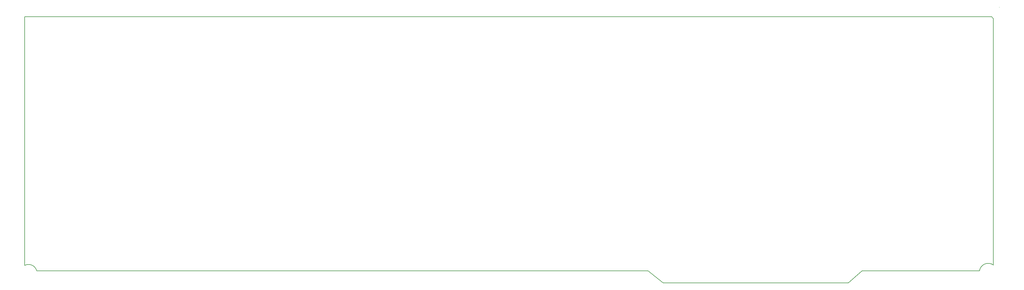
<source format=gbr>
G04 #@! TF.GenerationSoftware,KiCad,Pcbnew,(5.0.0-3-g5ebb6b6)*
G04 #@! TF.CreationDate,2019-05-05T10:35:57-03:00*
G04 #@! TF.ProjectId,elongate,656C6F6E676174652E6B696361645F70,rev?*
G04 #@! TF.SameCoordinates,Original*
G04 #@! TF.FileFunction,Profile,NP*
%FSLAX46Y46*%
G04 Gerber Fmt 4.6, Leading zero omitted, Abs format (unit mm)*
G04 Created by KiCad (PCBNEW (5.0.0-3-g5ebb6b6)) date 2019 May 05, Sunday 10:35:57*
%MOMM*%
%LPD*%
G01*
G04 APERTURE LIST*
%ADD10C,0.200000*%
G04 APERTURE END LIST*
D10*
X256800000Y-77500000D02*
X293100000Y-77500000D01*
X252600000Y-81200000D02*
X256800000Y-77500000D01*
X195400000Y-81200000D02*
X252600000Y-81200000D01*
X190700000Y-77500000D02*
X195400000Y-81200000D01*
X296900000Y1100000D02*
X297400000Y500000D01*
X293107047Y-77515293D02*
G75*
G02X297399999Y-75700001I2692953J-384707D01*
G01*
X-1890961Y-75821489D02*
G75*
G02X1800000Y-77500000I1190961J-2278511D01*
G01*
X-1900000Y1100000D02*
X296900000Y1100000D01*
X297400000Y500000D02*
X297400000Y-75700000D01*
X190700000Y-77500000D02*
X1800000Y-77500000D01*
X-1900000Y-75800000D02*
X-1900000Y1100000D01*
X299275000Y4000000D02*
G75*
G03X299275000Y4000000I0J0D01*
G01*
M02*

</source>
